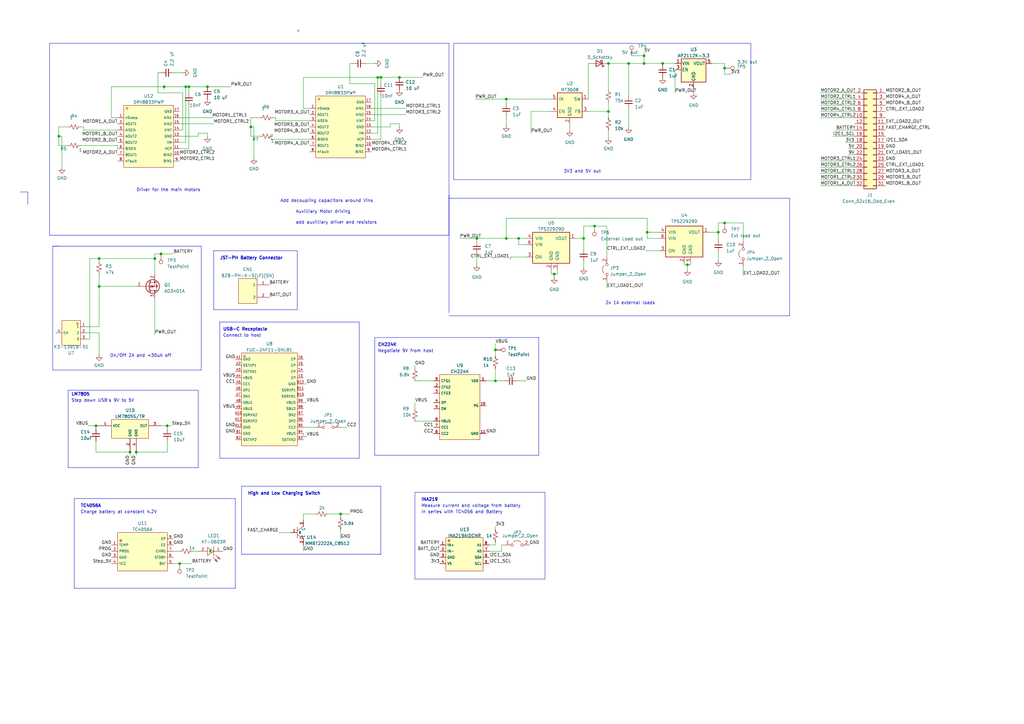
<source format=kicad_sch>
(kicad_sch (version 20230121) (generator eeschema)
  (paper "A3")
  (title_block (title "Power Supply Circuit") (date "2025-03-22"))
  (lib_symbols
    (symbol "CH224K:CH224K"
      (property "Reference" "U" (at 0 1.27 0))
      (property "Value" "CH224K" (at 0 -2.54 0))
      (symbol "CH224K_0_1"
        (pin unspecified line (at 10.16 10.16 180) (length 2.54) (name "VDD") (number "1"))
        (pin unspecified line (at 10.16 0 180) (length 2.54) (name "PG") (number "10"))
        (pin unspecified line (at 10.16 -11.43 180) (length 2.54) (name "GND") (number "11"))
        (pin unspecified line (at -11.43 7.62 0) (length 2.54) (name "CFG2") (number "2"))
        (pin unspecified line (at -11.43 5.08 0) (length 2.54) (name "CFG3") (number "3"))
        (pin unspecified line (at -11.43 1.27 0) (length 2.54) (name "DP") (number "4"))
        (pin unspecified line (at -11.43 -1.27 0) (length 2.54) (name "DM") (number "5"))
        (pin unspecified line (at -11.43 -11.43 0) (length 2.54) (name "CC2") (number "6"))
        (pin unspecified line (at -11.43 -8.89 0) (length 2.54) (name "CC1") (number "7"))
        (pin unspecified line (at -11.43 -6.35 0) (length 2.54) (name "VBUS") (number "8"))
        (pin unspecified line (at -11.43 10.16 0) (length 2.54) (name "CFG1") (number "9"))
      )
    )
    (symbol "Connector:TestPoint" (pin_numbers hide) (pin_names (offset 0.762) hide)
      (property "Reference" "TP" (at 0 6.858 0))
      (property "Value" "TestPoint" (at 0 5.08 0))
      (symbol "TestPoint_1_1"
        (pin passive line (at 0 0 90) (length 2.54) (name "1") (number "1"))
      )
    )
    (symbol "Connector_Generic:Conn_02x16_Odd_Even" (pin_names (offset 1.016) hide)
      (property "Reference" "J" (at 1.27 20.32 0))
      (property "Value" "Conn_02x16_Odd_Even" (at 1.27 -22.86 0))
      (symbol "Conn_02x16_Odd_Even_1_1"
        (pin passive line (at -5.08 17.78 0) (length 3.81) (name "Pin_1") (number "1"))
        (pin passive line (at 7.62 7.62 180) (length 3.81) (name "Pin_10") (number "10"))
        (pin passive line (at -5.08 5.08 0) (length 3.81) (name "Pin_11") (number "11"))
        (pin passive line (at 7.62 5.08 180) (length 3.81) (name "Pin_12") (number "12"))
        (pin passive line (at -5.08 2.54 0) (length 3.81) (name "Pin_13") (number "13"))
        (pin passive line (at 7.62 2.54 180) (length 3.81) (name "Pin_14") (number "14"))
        (pin passive line (at -5.08 0 0) (length 3.81) (name "Pin_15") (number "15"))
        (pin passive line (at 7.62 0 180) (length 3.81) (name "Pin_16") (number "16"))
        (pin passive line (at -5.08 -2.54 0) (length 3.81) (name "Pin_17") (number "17"))
        (pin passive line (at 7.62 -2.54 180) (length 3.81) (name "Pin_18") (number "18"))
        (pin passive line (at -5.08 -5.08 0) (length 3.81) (name "Pin_19") (number "19"))
        (pin passive line (at 7.62 17.78 180) (length 3.81) (name "Pin_2") (number "2"))
        (pin passive line (at 7.62 -5.08 180) (length 3.81) (name "Pin_20") (number "20"))
        (pin passive line (at -5.08 -7.62 0) (length 3.81) (name "Pin_21") (number "21"))
        (pin passive line (at 7.62 -7.62 180) (length 3.81) (name "Pin_22") (number "22"))
        (pin passive line (at -5.08 -10.16 0) (length 3.81) (name "Pin_23") (number "23"))
        (pin passive line (at 7.62 -10.16 180) (length 3.81) (name "Pin_24") (number "24"))
        (pin passive line (at -5.08 -12.7 0) (length 3.81) (name "Pin_25") (number "25"))
        (pin passive line (at 7.62 -12.7 180) (length 3.81) (name "Pin_26") (number "26"))
        (pin passive line (at -5.08 -15.24 0) (length 3.81) (name "Pin_27") (number "27"))
        (pin passive line (at 7.62 -15.24 180) (length 3.81) (name "Pin_28") (number "28"))
        (pin passive line (at -5.08 -17.78 0) (length 3.81) (name "Pin_29") (number "29"))
        (pin passive line (at -5.08 15.24 0) (length 3.81) (name "Pin_3") (number "3"))
        (pin passive line (at 7.62 -17.78 180) (length 3.81) (name "Pin_30") (number "30"))
        (pin passive line (at -5.08 -20.32 0) (length 3.81) (name "Pin_31") (number "31"))
        (pin passive line (at 7.62 -20.32 180) (length 3.81) (name "Pin_32") (number "32"))
        (pin passive line (at 7.62 15.24 180) (length 3.81) (name "Pin_4") (number "4"))
        (pin passive line (at -5.08 12.7 0) (length 3.81) (name "Pin_5") (number "5"))
        (pin passive line (at 7.62 12.7 180) (length 3.81) (name "Pin_6") (number "6"))
        (pin passive line (at -5.08 10.16 0) (length 3.81) (name "Pin_7") (number "7"))
        (pin passive line (at 7.62 10.16 180) (length 3.81) (name "Pin_8") (number "8"))
        (pin passive line (at -5.08 7.62 0) (length 3.81) (name "Pin_9") (number "9"))
      )
    )
    (symbol "Device:C_Small" (pin_numbers hide) (pin_names (offset 0.254) hide)
      (property "Reference" "C" (at 0.254 1.778 0))
      (property "Value" "C_Small" (at 0.254 -2.032 0))
      (symbol "C_Small_1_1"
        (pin passive line (at 0 2.54 270) (length 2.032) (name "~") (number "1"))
        (pin passive line (at 0 -2.54 90) (length 2.032) (name "~") (number "2"))
      )
    )
    (symbol "Device:D_Schottky" (pin_numbers hide) (pin_names (offset 1.016) hide)
      (property "Reference" "D" (at 0 2.54 0))
      (property "Value" "D_Schottky" (at 0 -2.54 0))
      (symbol "D_Schottky_1_1"
        (pin passive line (at -3.81 0 0) (length 2.54) (name "K") (number "1"))
        (pin passive line (at 3.81 0 180) (length 2.54) (name "A") (number "2"))
      )
    )
    (symbol "Device:R_Small_US" (pin_numbers hide) (pin_names (offset 0.254) hide)
      (property "Reference" "R" (at 0.762 0.508 0))
      (property "Value" "R_Small_US" (at 0.762 -1.016 0))
      (symbol "R_Small_US_1_1"
        (pin passive line (at 0 2.54 270) (length 1.016) (name "~") (number "1"))
        (pin passive line (at 0 -2.54 90) (length 1.016) (name "~") (number "2"))
      )
    )
    (symbol "FUC-24F11-SNLB1:FUC-24F11-SNLB1"
      (property "Reference" "U" (at 0 1.27 0))
      (property "Value" "FUC-24F11-SNLB1" (at 0 -2.54 0))
      (symbol "FUC-24F11-SNLB1_0_1"
        (pin unspecified line (at 13.97 8.89 180) (length 2.54) (name "EP") (number "13"))
        (pin unspecified line (at 13.97 11.43 180) (length 2.54) (name "EP") (number "14"))
        (pin unspecified line (at 13.97 13.97 180) (length 2.54) (name "EP") (number "15"))
        (pin unspecified line (at 13.97 16.51 180) (length 2.54) (name "EP") (number "16"))
        (pin unspecified line (at -13.97 16.51 0) (length 2.54) (name "GND") (number "A1"))
        (pin unspecified line (at -13.97 -6.35 0) (length 2.54) (name "SSRXN2") (number "A10"))
        (pin unspecified line (at -13.97 -8.89 0) (length 2.54) (name "SSRXP2") (number "A11"))
        (pin unspecified line (at -13.97 -11.43 0) (length 2.54) (name "GND") (number "A12"))
        (pin unspecified line (at -13.97 13.97 0) (length 2.54) (name "SSTXP1") (number "A2"))
        (pin unspecified line (at -13.97 11.43 0) (length 2.54) (name "SSTXN1") (number "A3"))
        (pin unspecified line (at -13.97 8.89 0) (length 2.54) (name "VBUS") (number "A4"))
        (pin unspecified line (at -13.97 6.35 0) (length 2.54) (name "CC1") (number "A5"))
        (pin unspecified line (at -13.97 3.81 0) (length 2.54) (name "DP1") (number "A6"))
        (pin unspecified line (at -13.97 1.27 0) (length 2.54) (name "DN1") (number "A7"))
        (pin unspecified line (at -13.97 -1.27 0) (length 2.54) (name "SBU1") (number "A8"))
        (pin unspecified line (at -13.97 -3.81 0) (length 2.54) (name "VBUS") (number "A9"))
        (pin unspecified line (at -13.97 -13.97 0) (length 2.54) (name "GND") (number "B1"))
        (pin unspecified line (at 13.97 1.27 180) (length 2.54) (name "SSRXN1") (number "B10"))
        (pin unspecified line (at 13.97 3.81 180) (length 2.54) (name "SSRXP1") (number "B11"))
        (pin unspecified line (at 13.97 6.35 180) (length 2.54) (name "GND") (number "B12"))
        (pin unspecified line (at -13.97 -16.51 0) (length 2.54) (name "SSTXP2") (number "B2"))
        (pin unspecified line (at 13.97 -16.51 180) (length 2.54) (name "SSTXN2") (number "B3"))
        (pin unspecified line (at 13.97 -13.97 180) (length 2.54) (name "VBUS") (number "B4"))
        (pin unspecified line (at 13.97 -11.43 180) (length 2.54) (name "CC2") (number "B5"))
        (pin unspecified line (at 13.97 -8.89 180) (length 2.54) (name "DP2") (number "B6"))
        (pin unspecified line (at 13.97 -6.35 180) (length 2.54) (name "DN2") (number "B7"))
        (pin unspecified line (at 13.97 -3.81 180) (length 2.54) (name "SBU2") (number "B8"))
        (pin unspecified line (at 13.97 -1.27 180) (length 2.54) (name "VBUS") (number "B9"))
      )
    )
    (symbol "INA219AIDCNR:INA219AIDCNR"
      (property "Reference" "U" (at 0 1.27 0))
      (property "Value" "INA219AIDCNR" (at 0 -2.54 0))
      (symbol "INA219AIDCNR_0_1"
        (pin unspecified line (at -10.16 3.81 0) (length 2.54) (name "IN+") (number "1"))
        (pin unspecified line (at -10.16 1.27 0) (length 2.54) (name "IN-") (number "2"))
        (pin unspecified line (at -10.16 -1.27 0) (length 2.54) (name "GND") (number "3"))
        (pin unspecified line (at -10.16 -3.81 0) (length 2.54) (name "VS") (number "4"))
        (pin unspecified line (at 10.16 -3.81 180) (length 2.54) (name "SCL") (number "5"))
        (pin unspecified line (at 10.16 -1.27 180) (length 2.54) (name "SDA") (number "6"))
        (pin unspecified line (at 10.16 1.27 180) (length 2.54) (name "A0") (number "7"))
        (pin unspecified line (at 10.16 3.81 180) (length 2.54) (name "A1") (number "8"))
      )
    )
    (symbol "Jumper:Jumper_2_Open" (pin_names (offset 0) hide)
      (property "Reference" "JP" (at 0 2.794 0))
      (property "Value" "Jumper_2_Open" (at 0 -2.286 0))
      (symbol "Jumper_2_Open_1_1"
        (pin passive line (at -5.08 0 0) (length 2.54) (name "A") (number "1"))
        (pin passive line (at 5.08 0 180) (length 2.54) (name "B") (number "2"))
      )
    )
    (symbol "Power_Management:TPS22929D" (pin_names (offset 1.016))
      (property "Reference" "U" (at -7.62 8.89 0))
      (property "Value" "TPS22929D" (at 7.62 8.89 0))
      (symbol "TPS22929D_1_1"
        (pin power_out line (at 10.16 5.08 180) (length 2.54) (name "VOUT") (number "1"))
        (pin power_in line (at 0 -7.62 90) (length 2.54) (name "GND") (number "2"))
        (pin input line (at -10.16 -2.54 0) (length 2.54) (name "ON") (number "3"))
        (pin power_in line (at -10.16 5.08 0) (length 2.54) (name "VIN") (number "4"))
        (pin power_in line (at 2.54 -7.62 90) (length 2.54) (name "GND") (number "5"))
        (pin power_in line (at -10.16 2.54 0) (length 2.54) (name "VIN") (number "6"))
      )
    )
    (symbol "Regulator_Linear:AP2112K-3.3" (pin_names (offset 0.254))
      (property "Reference" "U" (at -5.08 5.715 0))
      (property "Value" "AP2112K-3.3" (at 0 5.715 0))
      (symbol "AP2112K-3.3_1_1"
        (pin power_in line (at -7.62 2.54 0) (length 2.54) (name "VIN") (number "1"))
        (pin power_in line (at 0 -7.62 90) (length 2.54) (name "GND") (number "2"))
        (pin input line (at -7.62 0 0) (length 2.54) (name "EN") (number "3"))
        (pin no_connect line (at 5.08 0 180) (length 2.54) hide (name "NC") (number "4"))
        (pin power_out line (at 7.62 2.54 180) (length 2.54) (name "VOUT") (number "5"))
      )
    )
    (symbol "Regulator_Switching:MT3608"
      (property "Reference" "U" (at -2.54 8.89 0))
      (property "Value" "MT3608" (at -3.81 6.35 0))
      (symbol "MT3608_1_1"
        (pin passive line (at 7.62 2.54 180) (length 2.54) (name "SW") (number "1"))
        (pin power_in line (at 0 -7.62 90) (length 2.54) (name "GND") (number "2"))
        (pin input line (at 7.62 -2.54 180) (length 2.54) (name "FB") (number "3"))
        (pin input line (at -7.62 -2.54 0) (length 2.54) (name "EN") (number "4"))
        (pin power_in line (at -7.62 2.54 0) (length 2.54) (name "IN") (number "5"))
        (pin no_connect line (at 5.08 0 180) (length 2.54) hide (name "NC") (number "6"))
      )
    )
    (symbol "Slide Switch Korean Hroparts Elec:K3-1391B-51"
      (property "Reference" "U" (at 0 1.27 0))
      (property "Value" "K3-1391B-51" (at 0 -2.54 0))
      (symbol "K3-1391B-51_0_1"
        (pin unspecified line (at -6.35 2.54 0) (length 2.54) (name "1") (number "1"))
        (pin unspecified line (at -6.35 0 0) (length 2.54) (name "2") (number "2"))
        (pin unspecified line (at -6.35 -2.54 0) (length 2.54) (name "3") (number "3"))
        (pin unspecified line (at 6.35 0 180) (length 2.54) (name "EH") (number "4"))
      )
    )
    (symbol "Transistor_FET:AO3401A" (pin_names hide)
      (property "Reference" "Q" (at 5.08 1.905 0))
      (property "Value" "AO3401A" (at 5.08 0 0))
      (symbol "AO3401A_1_1"
        (pin input line (at -5.08 0 0) (length 2.54) (name "G") (number "1"))
        (pin passive line (at 2.54 -5.08 90) (length 2.54) (name "S") (number "2"))
        (pin passive line (at 2.54 5.08 270) (length 2.54) (name "D") (number "3"))
      )
    )
    (symbol "batt_conn:B2B-PH-K-S(LF)(SN)"
      (property "Reference" "CN" (at 0 1.27 0))
      (property "Value" "B2B-PH-K-S(LF)(SN)" (at 0 -2.54 0))
      (symbol "B2B-PH-K-S(LF)(SN)_0_1"
        (pin input line (at 6.35 2.54 180) (length 5.08) (name "1") (number "1"))
        (pin input line (at 6.35 -2.54 180) (length 5.08) (name "2") (number "2"))
      )
    )
    (symbol "led101:KT-0603R"
      (property "Reference" "LED" (at 0 1.27 0))
      (property "Value" "KT-0603R" (at 0 -2.54 0))
      (symbol "KT-0603R_0_1"
        (pin unspecified line (at -5.08 0 0) (length 3.81) (name "K") (number "1"))
        (pin unspecified line (at 5.08 0 180) (length 3.81) (name "A") (number "2"))
      )
    )
    (symbol "lm7805_low:LM7805S{slash}TR"
      (property "Reference" "U" (at 0 1.27 0))
      (property "Value" "LM7805S{slash}TR" (at 0 -2.54 0))
      (symbol "LM7805S{slash}TR_0_1"
        (pin power_in line (at -12.7 0 0) (length 5.08) (name "VCC") (number "1"))
        (pin power_in line (at 0 -10.16 90) (length 5.08) (name "GND") (number "2"))
        (pin power_in line (at 12.7 0 180) (length 5.08) (name "OUT") (number "3"))
        (pin power_in line (at 2.54 -10.16 90) (length 5.08) (name "GND") (number "4"))
      )
    )
    (symbol "new-npn:MMBT2222A_C8512"
      (property "Reference" "U" (at 0 1.27 0))
      (property "Value" "MMBT2222A_C8512" (at 0 -2.54 0))
      (symbol "MMBT2222A_C8512_0_1"
        (pin unspecified line (at -2.54 0 0) (length 2.54) (name "B") (number "1"))
        (pin unspecified line (at 2.54 -5.08 90) (length 2.54) (name "E") (number "2"))
        (pin unspecified line (at 2.54 5.08 270) (length 2.54) (name "C") (number "3"))
      )
    )
    (symbol "power:GND" (power) (pin_names (offset 0))
      (property "Value" "GND" (at 0 -3.81 0))
      (symbol "GND_1_1"
        (pin power_in line (at 0 0 270) (length 0) hide (name "GND") (number "1"))
      )
    )
    (symbol "sanda:DRV8833PWP"
      (property "Reference" "U" (at 0 1.27 0))
      (property "Value" "DRV8833PWP" (at 0 -2.54 0))
      (symbol "DRV8833PWP_0_1"
        (pin unspecified line (at -12.7 7.62 0) (length 2.54) (name "nSleep") (number "1"))
        (pin unspecified line (at 12.7 -7.62 180) (length 2.54) (name "BIN2") (number "10"))
        (pin unspecified line (at 12.7 -5.08 180) (length 2.54) (name "VCP") (number "11"))
        (pin unspecified line (at 12.7 -2.54 180) (length 2.54) (name "VM") (number "12"))
        (pin unspecified line (at 12.7 0 180) (length 2.54) (name "GND") (number "13"))
        (pin unspecified line (at 12.7 2.54 180) (length 2.54) (name "VINT") (number "14"))
        (pin unspecified line (at 12.7 5.08 180) (length 2.54) (name "AIN2") (number "15"))
        (pin unspecified line (at 12.7 7.62 180) (length 2.54) (name "AIN1") (number "16"))
        (pin unspecified line (at 12.7 10.16 180) (length 2.54) (name "GND") (number "17"))
        (pin unspecified line (at -12.7 5.08 0) (length 2.54) (name "AOUT1") (number "2"))
        (pin unspecified line (at -12.7 2.54 0) (length 2.54) (name "AISEN") (number "3"))
        (pin unspecified line (at -12.7 0 0) (length 2.54) (name "AOUT2") (number "4"))
        (pin unspecified line (at -12.7 -2.54 0) (length 2.54) (name "BOUT2") (number "5"))
        (pin unspecified line (at -12.7 -5.08 0) (length 2.54) (name "BISEN") (number "6"))
        (pin unspecified line (at -12.7 -7.62 0) (length 2.54) (name "BOUT1") (number "7"))
        (pin unspecified line (at -12.7 -10.16 0) (length 2.54) (name "nFault") (number "8"))
        (pin unspecified line (at 12.7 -10.16 180) (length 2.54) (name "BIN1") (number "9"))
      )
    )
    (symbol "tc4056:TC4056A"
      (property "Reference" "U" (at 0 1.27 0))
      (property "Value" "TC4056A" (at 0 -2.54 0))
      (symbol "TC4056A_0_1"
        (pin unspecified line (at -12.7 3.81 0) (length 2.54) (name "TEMP") (number "1"))
        (pin unspecified line (at -12.7 1.27 0) (length 2.54) (name "PROG") (number "2"))
        (pin unspecified line (at -12.7 -1.27 0) (length 2.54) (name "GND") (number "3"))
        (pin unspecified line (at -12.7 -3.81 0) (length 2.54) (name "VCC") (number "4"))
        (pin unspecified line (at 12.7 -3.81 180) (length 2.54) (name "BAT") (number "5"))
        (pin unspecified line (at 12.7 -1.27 180) (length 2.54) (name "STDBY") (number "6"))
        (pin unspecified line (at 12.7 1.27 180) (length 2.54) (name "CHRG") (number "7"))
        (pin unspecified line (at 12.7 3.81 180) (length 2.54) (name "CE") (number "8"))
        (pin unspecified line (at 12.7 6.35 180) (length 2.54) (name "EP") (number "9"))
      )
    )
  )
  (junction (at 207.645 40.64))
  (junction (at 163.83 31.75))
  (junction (at 281.94 108.585))
  (junction (at 257.81 26.035))
  (junction (at 55.88 185.42))
  (junction (at 203.2 156.21))
  (junction (at 264.16 22.86))
  (junction (at 297.18 27.94))
  (junction (at 24.13 55.88))
  (junction (at 294.64 95.25))
  (junction (at 203.2 143.51))
  (junction (at 77.47 35.56))
  (junction (at 53.34 185.42))
  (junction (at 249.555 45.72))
  (junction (at 297.18 91.44))
  (junction (at 239.395 97.79))
  (junction (at 73.66 231.14))
  (junction (at 63.5 106.045))
  (junction (at 195.58 97.79))
  (junction (at 271.78 26.035))
  (junction (at 243.84 92.71))
  (junction (at 39.37 174.625))
  (junction (at 156.21 31.75))
  (junction (at 67.31 35.56))
  (junction (at 265.43 95.25))
  (junction (at 102.87 52.07))
  (junction (at 249.555 26.035))
  (junction (at 40.64 117.475))
  (junction (at 154.94 31.75))
  (junction (at 227.33 112.395))
  (junction (at 85.09 35.56))
  (junction (at 207.645 97.79))
  (junction (at 212.725 97.79))
  (junction (at 40.64 106.045))
  (junction (at 66.04 104.14))
  (junction (at 264.16 26.035))
  (junction (at 68.58 174.625))
  (junction (at 76.2 35.56))
  (junction (at 139.7 210.82))
  (wire (pts (xy 67.31 36.83) (xy 67.31 35.56)))
  (wire (pts (xy 336.55 43.18) (xy 350.52 43.18)))
  (wire (pts (xy 68.58 174.625) (xy 66.04 174.625)))
  (wire (pts (xy 25.4 68.58) (xy 25.4 55.88)))
  (wire (pts (xy 153.67 49.53) (xy 153.67 34.29)))
  (wire (pts (xy 124.46 31.75) (xy 154.94 31.75)))
  (wire (pts (xy 156.21 34.29) (xy 156.21 31.75)))
  (wire (pts (xy 160.02 50.8) (xy 160.02 52.07)))
  (wire (pts (xy 212.725 100.33) (xy 212.725 97.79)))
  (wire (pts (xy 205.74 223.52) (xy 205.74 226.06)))
  (wire (pts (xy 264.16 21.59) (xy 264.16 22.86)))
  (wire (pts (xy 55.88 186.69) (xy 55.88 185.42)))
  (wire (pts (xy 25.4 55.88) (xy 24.13 55.88)))
  (wire (pts (xy 203.2 223.52) (xy 203.2 222.25)))
  (wire (pts (xy 104.14 64.77) (xy 104.14 52.07)))
  (wire (pts (xy 264.16 22.86) (xy 264.16 26.035)))
  (wire (pts (xy 63.5 122.555) (xy 63.5 137.16)))
  (polyline (pts (xy 99.06 199.39) (xy 99.06 227.33)))
  (wire (pts (xy 228.6 110.49) (xy 228.6 112.395)))
  (wire (pts (xy 68.58 185.42) (xy 68.58 180.975)))
  (wire (pts (xy 215.9 100.33) (xy 212.725 100.33)))
  (polyline (pts (xy 99.06 199.39) (xy 156.21 199.39)))
  (wire (pts (xy 35.56 136.525) (xy 40.64 136.525)))
  (wire (pts (xy 170.18 165.1) (xy 170.18 167.64)))
  (wire (pts (xy 207.645 40.64) (xy 226.06 40.64)))
  (wire (pts (xy 297.18 30.48) (xy 297.18 27.94)))
  (wire (pts (xy 40.64 106.045) (xy 63.5 106.045)))
  (wire (pts (xy 71.12 29.845) (xy 74.93 29.845)))
  (wire (pts (xy 160.02 50.8) (xy 163.83 50.8)))
  (wire (pts (xy 73.66 60.96) (xy 77.47 60.96)))
  (wire (pts (xy 24.13 52.07) (xy 24.13 55.88)))
  (wire (pts (xy 276.86 28.575) (xy 276.86 38.1)))
  (wire (pts (xy 104.14 52.07) (xy 102.87 52.07)))
  (wire (pts (xy 265.43 95.25) (xy 265.43 97.79)))
  (wire (pts (xy 66.04 104.14) (xy 71.12 104.14)))
  (wire (pts (xy 45.72 35.56) (xy 67.31 35.56)))
  (polyline (pts (xy 153.67 138.43) (xy 153.67 186.69)))
  (wire (pts (xy 284.48 36.195) (xy 284.48 38.1)))
  (polyline (pts (xy 90.17 132.08) (xy 135.89 132.08)))
  (polyline (pts (xy 223.52 201.93) (xy 223.52 237.49)))
  (wire (pts (xy 102.87 48.26) (xy 102.87 52.07)))
  (wire (pts (xy 36.195 174.625) (xy 39.37 174.625)))
  (polyline (pts (xy 11.43 78.74) (xy 8.255 78.74)))
  (wire (pts (xy 45.72 48.26) (xy 45.72 35.56)))
  (wire (pts (xy 336.55 66.04) (xy 350.52 66.04)))
  (wire (pts (xy 40.64 112.395) (xy 40.64 117.475)))
  (polyline (pts (xy 27.94 191.77) (xy 81.28 191.77)))
  (polyline (pts (xy 323.85 81.28) (xy 323.85 129.54)))
  (wire (pts (xy 297.18 30.48) (xy 299.72 30.48)))
  (wire (pts (xy 156.21 31.75) (xy 163.83 31.75)))
  (wire (pts (xy 111.125 55.245) (xy 111.76 55.245)))
  (wire (pts (xy 81.28 55.88) (xy 73.66 55.88)))
  (wire (pts (xy 73.66 231.14) (xy 71.12 231.14)))
  (wire (pts (xy 239.395 107.315) (xy 239.395 109.855)))
  (polyline (pts (xy 90.17 187.96) (xy 147.32 187.96)))
  (wire (pts (xy 63.5 112.395) (xy 63.5 106.045)))
  (wire (pts (xy 40.64 107.315) (xy 40.64 106.045)))
  (wire (pts (xy 264.795 102.87) (xy 270.51 102.87)))
  (wire (pts (xy 297.18 26.035) (xy 292.1 26.035)))
  (wire (pts (xy 152.4 57.15) (xy 156.21 57.15)))
  (wire (pts (xy 257.81 26.035) (xy 257.81 39.37)))
  (wire (pts (xy 124.46 226.06) (xy 124.46 223.52)))
  (wire (pts (xy 203.2 156.21) (xy 207.01 156.21)))
  (wire (pts (xy 53.34 186.69) (xy 53.34 185.42)))
  (polyline (pts (xy 30.48 204.47) (xy 96.52 204.47)))
  (wire (pts (xy 283.21 107.95) (xy 283.21 108.585)))
  (wire (pts (xy 39.37 185.42) (xy 53.34 185.42)))
  (wire (pts (xy 40.64 136.525) (xy 40.64 145.415)))
  (wire (pts (xy 102.87 52.07) (xy 102.87 55.88)))
  (wire (pts (xy 209.55 105.41) (xy 209.55 106.045)))
  (wire (pts (xy 127 49.53) (xy 113.03 49.53)))
  (wire (pts (xy 73.66 53.34) (xy 74.93 53.34)))
  (wire (pts (xy 153.67 34.29) (xy 143.51 34.29)))
  (polyline (pts (xy 87.63 102.87) (xy 87.63 127)))
  (wire (pts (xy 207.645 97.79) (xy 207.645 89.535)))
  (wire (pts (xy 111.125 57.15) (xy 127 57.15)))
  (wire (pts (xy 74.93 53.34) (xy 74.93 38.1)))
  (wire (pts (xy 33.02 52.07) (xy 34.29 52.07)))
  (wire (pts (xy 124.46 44.45) (xy 124.46 31.75)))
  (wire (pts (xy 271.78 26.035) (xy 271.78 26.67)))
  (polyline (pts (xy 323.85 129.54) (xy 184.15 129.54)))
  (wire (pts (xy 203.2 140.97) (xy 203.2 143.51)))
  (polyline (pts (xy 223.52 237.49) (xy 170.18 237.49)))
  (wire (pts (xy 249.555 53.34) (xy 249.555 56.515)))
  (wire (pts (xy 166.37 46.99) (xy 152.4 46.99)))
  (polyline (pts (xy 82.55 100.965) (xy 82.55 151.765)))
  (wire (pts (xy 199.39 156.21) (xy 203.2 156.21)))
  (polyline (pts (xy 122.555 12.7) (xy 122.555 12.065)))
  (wire (pts (xy 55.88 185.42) (xy 55.88 184.785)))
  (wire (pts (xy 134.62 210.82) (xy 139.7 210.82)))
  (wire (pts (xy 248.92 92.71) (xy 248.92 105.41)))
  (wire (pts (xy 264.16 26.035) (xy 271.78 26.035)))
  (wire (pts (xy 236.22 97.79) (xy 239.395 97.79)))
  (wire (pts (xy 212.09 156.21) (xy 215.9 156.21)))
  (wire (pts (xy 265.43 95.25) (xy 270.51 95.25)))
  (wire (pts (xy 36.83 106.045) (xy 40.64 106.045)))
  (polyline (pts (xy 96.52 241.3) (xy 30.48 241.3)))
  (wire (pts (xy 205.74 226.06) (xy 200.66 226.06)))
  (wire (pts (xy 85.09 35.56) (xy 94.615 35.56)))
  (polyline (pts (xy 27.94 160.02) (xy 81.28 160.02)))
  (polyline (pts (xy 121.92 127) (xy 121.92 102.87)))
  (wire (pts (xy 102.87 55.88) (xy 106.68 55.88)))
  (wire (pts (xy 39.37 180.975) (xy 39.37 185.42)))
  (wire (pts (xy 163.83 31.75) (xy 173.355 31.75)))
  (wire (pts (xy 336.55 73.66) (xy 350.52 73.66)))
  (wire (pts (xy 290.83 95.25) (xy 294.64 95.25)))
  (polyline (pts (xy 170.18 201.93) (xy 223.52 201.93)))
  (wire (pts (xy 203.2 151.13) (xy 203.2 156.21)))
  (wire (pts (xy 200.66 223.52) (xy 203.2 223.52)))
  (polyline (pts (xy 186.055 17.78) (xy 307.975 17.78)))
  (wire (pts (xy 35.56 133.985) (xy 40.64 133.985)))
  (wire (pts (xy 33.02 59.69) (xy 48.26 59.69)))
  (wire (pts (xy 81.28 54.61) (xy 85.09 54.61)))
  (polyline (pts (xy 170.18 237.49) (xy 170.18 201.93)))
  (wire (pts (xy 139.7 217.17) (xy 139.7 220.98)))
  (wire (pts (xy 212.725 97.79) (xy 215.9 97.79)))
  (wire (pts (xy 241.3 26.035) (xy 241.935 26.035)))
  (wire (pts (xy 271.78 26.035) (xy 276.86 26.035)))
  (wire (pts (xy 24.13 52.07) (xy 27.94 52.07)))
  (wire (pts (xy 294.64 91.44) (xy 294.64 95.25)))
  (wire (pts (xy 78.74 226.06) (xy 81.28 226.06)))
  (wire (pts (xy 124.46 210.82) (xy 129.54 210.82)))
  (wire (pts (xy 125.73 157.48) (xy 124.46 157.48)))
  (wire (pts (xy 64.77 29.845) (xy 64.77 38.1)))
  (wire (pts (xy 239.395 92.71) (xy 243.84 92.71)))
  (wire (pts (xy 249.555 26.035) (xy 249.555 36.83)))
  (wire (pts (xy 170.18 156.21) (xy 177.8 156.21)))
  (wire (pts (xy 347.98 63.5) (xy 350.52 63.5)))
  (wire (pts (xy 139.7 210.82) (xy 143.51 210.82)))
  (polyline (pts (xy 307.975 73.66) (xy 307.975 17.78)))
  (wire (pts (xy 125.73 165.1) (xy 124.46 165.1)))
  (wire (pts (xy 248.92 115.57) (xy 248.92 118.11)))
  (wire (pts (xy 336.55 71.12) (xy 350.52 71.12)))
  (wire (pts (xy 280.67 108.585) (xy 281.94 108.585)))
  (wire (pts (xy 124.46 179.07) (xy 124.46 177.8)))
  (wire (pts (xy 73.66 48.26) (xy 87.63 48.26)))
  (wire (pts (xy 142.24 175.26) (xy 139.7 175.26)))
  (wire (pts (xy 233.68 50.8) (xy 233.68 53.34)))
  (wire (pts (xy 144.78 26.035) (xy 143.51 26.035)))
  (wire (pts (xy 39.37 174.625) (xy 40.64 174.625)))
  (wire (pts (xy 53.34 185.42) (xy 53.34 184.785)))
  (wire (pts (xy 67.31 35.56) (xy 76.2 35.56)))
  (polyline (pts (xy 90.17 132.08) (xy 90.17 187.96)))
  (wire (pts (xy 111.76 55.245) (xy 111.76 55.88)))
  (wire (pts (xy 77.47 60.96) (xy 77.47 43.18)))
  (polyline (pts (xy 184.15 81.28) (xy 323.85 81.28)))
  (wire (pts (xy 40.64 117.475) (xy 40.64 133.985)))
  (polyline (pts (xy 153.67 138.43) (xy 220.98 138.43)))
  (wire (pts (xy 209.55 106.045) (xy 208.915 106.045)))
  (wire (pts (xy 257.81 44.45) (xy 257.81 52.07)))
  (wire (pts (xy 336.55 76.2) (xy 350.52 76.2)))
  (wire (pts (xy 195.58 97.79) (xy 195.58 99.06)))
  (wire (pts (xy 81.28 54.61) (xy 81.28 55.88)))
  (polyline (pts (xy 82.55 151.765) (xy 21.59 151.765)))
  (wire (pts (xy 194.945 40.64) (xy 207.645 40.64)))
  (wire (pts (xy 188.595 97.79) (xy 195.58 97.79)))
  (wire (pts (xy 170.18 149.86) (xy 170.18 151.13)))
  (wire (pts (xy 249.555 26.035) (xy 257.81 26.035)))
  (wire (pts (xy 294.64 95.25) (xy 294.64 98.425)))
  (wire (pts (xy 156.21 57.15) (xy 156.21 39.37)))
  (polyline (pts (xy 186.055 17.78) (xy 186.055 73.66)))
  (wire (pts (xy 239.395 92.71) (xy 239.395 97.79)))
  (wire (pts (xy 113.03 49.53) (xy 113.03 48.26)))
  (wire (pts (xy 203.2 215.9) (xy 203.2 217.17)))
  (wire (pts (xy 265.43 89.535) (xy 265.43 95.25)))
  (wire (pts (xy 152.4 54.61) (xy 154.94 54.61)))
  (wire (pts (xy 281.94 108.585) (xy 283.21 108.585)))
  (wire (pts (xy 149.86 26.035) (xy 153.67 26.035)))
  (polyline (pts (xy 184.15 17.78) (xy 20.32 17.78)))
  (wire (pts (xy 294.64 103.505) (xy 294.64 106.68)))
  (wire (pts (xy 207.01 223.52) (xy 205.74 223.52)))
  (wire (pts (xy 304.8 91.44) (xy 304.8 99.06)))
  (wire (pts (xy 207.645 47.625) (xy 207.645 51.435)))
  (wire (pts (xy 55.88 185.42) (xy 68.58 185.42)))
  (wire (pts (xy 226.06 112.395) (xy 227.33 112.395)))
  (polyline (pts (xy 96.52 204.47) (xy 96.52 241.3)))
  (polyline (pts (xy 21.59 100.965) (xy 82.55 100.965)))
  (polyline (pts (xy 99.06 227.33) (xy 156.21 227.33)))
  (wire (pts (xy 111.76 48.26) (xy 113.03 48.26)))
  (polyline (pts (xy 20.32 17.78) (xy 20.32 96.52)))
  (wire (pts (xy 170.18 172.72) (xy 177.8 172.72)))
  (polyline (pts (xy 87.63 127) (xy 121.92 127)))
  (polyline (pts (xy 147.32 132.08) (xy 147.32 187.96)))
  (polyline (pts (xy 121.92 12.7) (xy 122.555 12.7)))
  (polyline (pts (xy 81.28 191.77) (xy 81.28 160.02)))
  (polyline (pts (xy 135.89 132.08) (xy 147.32 132.08)))
  (wire (pts (xy 35.56 139.065) (xy 36.83 139.065)))
  (wire (pts (xy 78.74 231.14) (xy 73.66 231.14)))
  (wire (pts (xy 241.3 45.72) (xy 249.555 45.72)))
  (wire (pts (xy 66.04 29.845) (xy 64.77 29.845)))
  (wire (pts (xy 114.3 218.44) (xy 119.38 218.44)))
  (polyline (pts (xy 11.43 83.82) (xy 11.43 78.74)))
  (wire (pts (xy 24.13 55.88) (xy 24.13 59.69)))
  (wire (pts (xy 160.02 52.07) (xy 152.4 52.07)))
  (wire (pts (xy 129.54 175.26) (xy 124.46 175.26)))
  (wire (pts (xy 226.06 45.72) (xy 217.805 45.72)))
  (wire (pts (xy 74.93 38.1) (xy 64.77 38.1)))
  (wire (pts (xy 336.55 38.1) (xy 350.52 38.1)))
  (wire (pts (xy 76.2 58.42) (xy 76.2 35.56)))
  (wire (pts (xy 111.125 57.15) (xy 111.125 55.245)))
  (wire (pts (xy 77.47 35.56) (xy 85.09 35.56)))
  (wire (pts (xy 73.66 58.42) (xy 76.2 58.42)))
  (wire (pts (xy 48.26 53.34) (xy 34.29 53.34)))
  (wire (pts (xy 34.29 53.34) (xy 34.29 52.07)))
  (wire (pts (xy 40.64 117.475) (xy 55.88 117.475)))
  (wire (pts (xy 341.63 55.88) (xy 350.52 55.88)))
  (wire (pts (xy 239.395 97.79) (xy 239.395 102.235)))
  (wire (pts (xy 281.94 108.585) (xy 281.94 110.49)))
  (wire (pts (xy 342.9 53.34) (xy 350.52 53.34)))
  (polyline (pts (xy 156.21 227.33) (xy 156.21 199.39)))
  (wire (pts (xy 154.94 54.61) (xy 154.94 31.75)))
  (wire (pts (xy 68.58 174.625) (xy 68.58 175.895)))
  (wire (pts (xy 336.55 40.64) (xy 350.52 40.64)))
  (polyline (pts (xy 30.48 204.47) (xy 30.48 241.3)))
  (wire (pts (xy 227.33 112.395) (xy 227.33 113.665)))
  (wire (pts (xy 347.98 60.96) (xy 350.52 60.96)))
  (wire (pts (xy 294.64 91.44) (xy 297.18 91.44)))
  (wire (pts (xy 77.47 38.1) (xy 77.47 35.56)))
  (wire (pts (xy 297.18 27.94) (xy 297.18 26.035)))
  (wire (pts (xy 163.83 50.8) (xy 163.83 52.07)))
  (polyline (pts (xy 87.63 102.87) (xy 121.92 102.87)))
  (polyline (pts (xy 153.67 186.69) (xy 220.98 186.69)))
  (wire (pts (xy 336.55 68.58) (xy 350.52 68.58)))
  (wire (pts (xy 76.2 35.56) (xy 77.47 35.56)))
  (wire (pts (xy 259.08 22.86) (xy 264.16 22.86)))
  (wire (pts (xy 257.81 26.035) (xy 264.16 26.035)))
  (wire (pts (xy 124.46 213.36) (xy 124.46 210.82)))
  (wire (pts (xy 87.63 50.8) (xy 73.66 50.8)))
  (wire (pts (xy 249.555 45.72) (xy 249.555 48.26)))
  (wire (pts (xy 195.58 97.79) (xy 207.645 97.79)))
  (wire (pts (xy 39.37 174.625) (xy 39.37 175.895)))
  (wire (pts (xy 203.2 143.51) (xy 203.2 146.05)))
  (wire (pts (xy 63.5 104.14) (xy 66.04 104.14)))
  (polyline (pts (xy 184.15 96.52) (xy 184.15 17.78)))
  (wire (pts (xy 297.18 91.44) (xy 304.8 91.44)))
  (wire (pts (xy 346.71 58.42) (xy 350.52 58.42)))
  (polyline (pts (xy 184.15 80.01) (xy 184.15 128.27)))
  (polyline (pts (xy 220.98 138.43) (xy 220.98 186.69)))
  (wire (pts (xy 227.33 112.395) (xy 228.6 112.395)))
  (wire (pts (xy 207.645 40.64) (xy 207.645 42.545)))
  (wire (pts (xy 304.8 109.22) (xy 304.8 113.03)))
  (wire (pts (xy 48.26 48.26) (xy 45.72 48.26)))
  (wire (pts (xy 24.13 59.69) (xy 27.94 59.69)))
  (wire (pts (xy 249.555 41.91) (xy 249.555 45.72)))
  (wire (pts (xy 70.485 174.625) (xy 68.58 174.625)))
  (wire (pts (xy 241.3 40.64) (xy 241.3 26.035)))
  (polyline (pts (xy 21.59 151.765) (xy 21.59 100.965)))
  (wire (pts (xy 85.09 54.61) (xy 85.09 55.88)))
  (wire (pts (xy 243.84 92.71) (xy 248.92 92.71)))
  (wire (pts (xy 139.7 210.82) (xy 139.7 212.09)))
  (wire (pts (xy 215.9 105.41) (xy 209.55 105.41)))
  (wire (pts (xy 71.12 226.06) (xy 73.66 226.06)))
  (wire (pts (xy 125.73 179.07) (xy 124.46 179.07)))
  (wire (pts (xy 152.4 44.45) (xy 166.37 44.45)))
  (wire (pts (xy 48.26 59.69) (xy 48.26 60.96)))
  (wire (pts (xy 226.06 110.49) (xy 226.06 112.395)))
  (wire (pts (xy 143.51 26.035) (xy 143.51 34.29)))
  (wire (pts (xy 154.94 31.75) (xy 156.21 31.75)))
  (wire (pts (xy 336.55 48.26) (xy 350.52 48.26)))
  (wire (pts (xy 270.51 97.79) (xy 265.43 97.79)))
  (wire (pts (xy 36.83 139.065) (xy 36.83 106.045)))
  (wire (pts (xy 280.67 107.95) (xy 280.67 108.585)))
  (wire (pts (xy 207.645 97.79) (xy 212.725 97.79)))
  (wire (pts (xy 207.645 89.535) (xy 265.43 89.535)))
  (polyline (pts (xy 20.32 96.52) (xy 184.15 96.52)))
  (wire (pts (xy 102.87 48.26) (xy 106.68 48.26)))
  (wire (pts (xy 195.58 108.585) (xy 195.58 104.14)))
  (wire (pts (xy 336.55 45.72) (xy 350.52 45.72)))
  (wire (pts (xy 127 44.45) (xy 124.46 44.45)))
  (wire (pts (xy 152.4 49.53) (xy 153.67 49.53)))
  (polyline (pts (xy 21.59 100.965) (xy 24.13 100.965)))
  (wire (pts (xy 217.805 45.72) (xy 217.805 54.61)))
  (polyline (pts (xy 27.94 160.02) (xy 27.94 191.77)))
  (wire (pts (xy 63.5 104.14) (xy 63.5 106.045)))
  (polyline (pts (xy 186.055 73.66) (xy 307.975 73.66)))
  (text "Measure current and voltage from battery" (at 172.72 208.28 0) (effects (font (size 1.27 1.27)) (justify left bottom)))
  (text "In series with TC4056 and Battery" (at 172.72 210.82 0) (effects (font (size 1.27 1.27)) (justify left bottom)))
  (text "TC4056A" (at 33.02 208.28 0) (effects (font (size 1.27 1.27) bold) (justify left bottom)))
  (text "CH224K\n" (at 154.94 142.24 0) (effects (font (size 1.27 1.27) (thickness 0.254) bold) (justify left bottom)))
  (text "On/Off 2A and <30uA off" (at 45.085 146.685 0) (effects (font (size 1.27 1.27)) (justify left bottom)))
  (text "3V3 and 5V out\n" (at 231.14 71.12 0) (effects (font (size 1.27 1.27)) (justify left bottom)))
  (text "LM7805" (at 29.21 162.56 0) (effects (font (size 1.27 1.27) (thickness 0.254) bold) (justify left bottom)))
  (text "Driver for the main motors" (at 55.88 78.74 0) (effects (font (size 1.27 1.27)) (justify left bottom)))
  (text "High and Low Charging Switch" (at 101.6 203.2 0) (effects (font (size 1.27 1.27) (thickness 0.254) bold) (justify left bottom)))
  (text "INA219" (at 172.72 205.74 0) (effects (font (size 1.27 1.27) (thickness 0.254) bold) (justify left bottom)))
  (text "Charge battery at constant 4.2V" (at 33.02 210.82 0) (effects (font (size 1.27 1.27)) (justify left bottom)))
  (text "Negotiate 9V from host" (at 154.94 144.78 0) (effects (font (size 1.27 1.27)) (justify left bottom)))
  (text "USB-C Receptacle" (at 91.44 135.89 0) (effects (font (size 1.27 1.27) bold) (justify left bottom)))
  (text "Step down USB's 9V to 5V" (at 29.21 165.1 0) (effects (font (size 1.27 1.27)) (justify left bottom)))
  (text "add auxilliary driver and resistors\n" (at 121.285 92.075 0) (effects (font (size 1.27 1.27)) (justify left bottom)))
  (text "2x 1A external loads\n" (at 248.285 125.095 0) (effects (font (size 1.27 1.27)) (justify left bottom)))
  (text "Auxilliary Motor driving\n" (at 121.285 87.63 0) (effects (font (size 1.27 1.27)) (justify left bottom)))
  (text "Add decoupling capacitors around Vins\n" (at 114.935 83.185 0) (effects (font (size 1.27 1.27)) (justify left bottom)))
  (text "JST-PH Battery Connector" (at 90.17 106.68 0) (effects (font (size 1.27 1.27) (thickness 0.254) bold) (justify left bottom)))
  (text "Connect to host" (at 91.44 138.43 0) (effects (font (size 1.27 1.27)) (justify left bottom)))
  (label "FAST_CHARGE" (at 114.3 218.44 180))
  (label "GND" (at 55.88 186.69 270))
  (label "Step_5V" (at 45.72 231.14 180))
  (label "VBUS" (at 36.195 174.625 180))
  (label "3V3" (at 203.2 215.9 0))
  (label "MOTOR1_CTRL2" (at 87.63 50.8 0))
  (label "MOTOR4_CTRL1" (at 336.55 45.72 0))
  (label "MOTOR2_B_OUT" (at 48.26 58.42 180))
  (label "GND" (at 139.7 220.98 0))
  (label "MOTOR4_CTRL1" (at 152.4 62.23 0))
  (label "5V" (at 264.16 21.59 0))
  (label "MOTOR4_B_OUT" (at 127 54.61 180))
  (label "3V3" (at 346.71 58.42 0))
  (label "PWR_OUT" (at 188.595 97.79 0))
  (label "GND" (at 45.72 228.6 180))
  (label "BATTERY" (at 71.12 104.14 0))
  (label "MOTOR4_A_OUT" (at 363.22 40.64 0))
  (label "MOTOR1_A_OUT" (at 48.26 50.8 180))
  (label "MOTOR2_B_OUT" (at 363.22 38.1 0))
  (label "GND" (at 363.22 60.96 0))
  (label "MOTOR1_CTRL1" (at 336.55 71.12 0))
  (label "GND" (at 45.72 223.52 180))
  (label "EXT_LOAD2_OUT" (at 304.8 113.03 0))
  (label "Step_5V" (at 70.485 174.625 0))
  (label "PWR_OUT" (at 276.86 38.1 0))
  (label "GND" (at 124.46 226.06 0))
  (label "FAST_CHARGE_CTRL" (at 363.22 53.34 0))
  (label "GND" (at 53.34 186.69 270))
  (label "BATTERY" (at 180.34 223.52 180))
  (label "MOTOR3_CTRL1" (at 336.55 66.04 0))
  (label "PROG" (at 143.51 210.82 0))
  (label "EXT_LOAD2_OUT" (at 363.22 50.8 0))
  (label "VBUS" (at 96.52 154.94 180))
  (label "VBUS" (at 170.18 165.1 0))
  (label "GND" (at 125.73 157.48 0))
  (label "MOTOR4_CTRL2" (at 152.4 59.69 0))
  (label "EXT_LOAD1_OUT" (at 363.22 63.5 0))
  (label "MOTOR4_A_OUT" (at 127 59.69 180))
  (label "VBUS" (at 203.2 140.97 0))
  (label "CC1" (at 96.52 157.48 180))
  (label "GND" (at 363.22 66.04 0))
  (label "MOTOR4_CTRL2" (at 336.55 48.26 0))
  (label "CC1" (at 177.8 175.26 180))
  (label "3V3" (at 180.34 231.14 180))
  (label "PWR_OUT" (at 63.5 137.16 0))
  (label "VBUS" (at 96.52 167.64 180))
  (label "BATTERY" (at 110.49 116.84 0))
  (label "CTRL_EXT_LOAD1" (at 208.915 106.045 180))
  (label "MOTOR2_A_OUT" (at 336.55 38.1 0))
  (label "MOTOR3_CTRL2" (at 336.55 68.58 0))
  (label "BATTERY" (at 342.9 53.34 0))
  (label "PWR_OUT" (at 194.945 40.64 0))
  (label "MOTOR4_B_OUT" (at 363.22 43.18 0))
  (label "5V" (at 347.98 60.96 0))
  (label "BATTERY" (at 78.74 231.14 0))
  (label "MOTOR2_CTRL1" (at 73.66 66.04 0))
  (label "MOTOR1_CTRL1" (at 86.995 48.26 0))
  (label "MOTOR1_B_OUT" (at 48.26 55.88 180))
  (label "CC2" (at 142.24 175.26 0))
  (label "EXT_LOAD1_OUT" (at 248.92 118.11 0))
  (label "VBUS" (at 125.73 179.07 0))
  (label "GND" (at 91.44 226.06 0))
  (label "3V3" (at 299.72 30.48 0))
  (label "GND" (at 170.18 149.86 0))
  (label "MOTOR3_B_OUT" (at 127 52.07 180))
  (label "BATT_OUT" (at 180.34 226.06 180))
  (label "GND" (at 217.17 223.52 0))
  (label "VBUS" (at 125.73 165.1 0))
  (label "PWR_OUT" (at 217.805 54.61 0))
  (label "MOTOR3_A_OUT" (at 363.22 71.12 0))
  (label "MOTOR3_A_OUT" (at 127 46.99 180))
  (label "GND" (at 215.9 156.21 0))
  (label "MOTOR2_CTRL2" (at 73.66 63.5 0))
  (label "GND" (at 96.52 147.32 180))
  (label "CTRL_EXT_LOAD2" (at 363.22 45.72 0))
  (label "PWR_OUT" (at 173.355 31.75 0))
  (label "MOTOR2_CTRL2" (at 336.55 43.18 0))
  (label "GND" (at 71.12 220.98 0))
  (label "GND" (at 71.12 223.52 0))
  (label "I2C1_SDA" (at 200.66 228.6 0))
  (label "MOTOR2_A_OUT" (at 48.26 63.5 180))
  (label "MOTOR3_CTRL1" (at 166.37 44.45 0))
  (label "PROG" (at 45.72 226.06 180))
  (label "9V" (at 347.98 63.5 0))
  (label "GND" (at 96.52 175.26 180))
  (label "I2C1_SCL" (at 200.66 231.14 0))
  (label "MOTOR1_A_OUT" (at 336.55 76.2 0))
  (label "PWR_OUT" (at 94.615 35.56 0))
  (label "GND" (at 180.34 228.6 180))
  (label "MOTOR3_CTRL2" (at 166.37 46.99 0))
  (label "I2C1_SCL" (at 341.63 55.88 0))
  (label "CC2" (at 177.8 177.8 180))
  (label "GND" (at 96.52 177.8 180))
  (label "MOTOR1_CTRL2" (at 336.55 73.66 0))
  (label "MOTOR2_CTRL1" (at 336.55 40.64 0))
  (label "MOTOR1_B_OUT" (at 363.22 76.2 0))
  (label "GND" (at 199.39 177.8 0))
  (label "BATT_OUT" (at 110.49 121.92 0))
  (label "CTRL_EXT_LOAD2" (at 264.795 102.87 180))
  (label "I2C1_SDA" (at 363.22 58.42 0))
  (label "MOTOR3_B_OUT" (at 363.22 73.66 0))
  (label "CTRL_EXT_LOAD1" (at 363.22 68.58 0))
  (symbol (lib_id "Device:C_Small") (at 207.645 45.085 0) (unit 1)
    (property "Reference" "C3" (at 210.185 44.4563 0) (effects (justify left)))
    (property "Value" "1uF" (at 210.185 46.9963 0) (effects (justify left)))
    (property "Footprint" "Capacitor_SMD:C_0402_1005Metric_Pad0.74x0.62mm_HandSolder" (effects hide))
  )
  (symbol (lib_id "led101:KT-0603R") (at 86.36 226.06 180) (unit 1)
    (property "Reference" "LED1" (at 87.63 219.71 0))
    (property "Value" "KT-0603R" (at 87.63 222.25 0))
    (property "Footprint" "new_footprints:LED0603-RD" (effects hide))
    (property "Datasheet" "https://item.szlcsc.com/347874.html" (effects hide))
    (property "LCSC" "C2286" (effects hide))
  )
  (symbol (lib_id "power:GND") (at 249.555 56.515 0) (unit 1)
    (property "Reference" "#PWR02" (effects hide))
    (property "Value" "GND" (at 249.555 60.96 0))
  )
  (symbol (lib_id "power:GND") (at 104.14 64.77 0) (unit 1)
    (property "Reference" "#PWR012" (effects hide))
    (property "Value" "GND" (at 104.14 69.215 0))
  )
  (symbol (lib_id "Device:C_Small") (at 271.78 29.21 0) (unit 1)
    (property "Reference" "C1" (at 274.32 28.5813 0) (effects (justify left)))
    (property "Value" "1uF" (at 274.32 31.1213 0) (effects (justify left)))
    (property "Footprint" "Capacitor_SMD:C_0402_1005Metric_Pad0.74x0.62mm_HandSolder" (effects hide))
  )
  (symbol (lib_id "Device:C_Small") (at 39.37 178.435 0) (unit 1)
    (property "Reference" "C14" (at 33.02 177.165 0) (effects (justify left)))
    (property "Value" "10uF" (at 33.02 179.705 0) (effects (justify left)))
    (property "Footprint" "Capacitor_SMD:C_0402_1005Metric_Pad0.74x0.62mm_HandSolder" (effects hide))
  )
  (symbol (lib_id "Jumper:Jumper_2_Open") (at 248.92 110.49 90) (unit 1)
    (property "Reference" "JP3" (at 250.19 109.855 90) (effects (justify right)))
    (property "Value" "Jumper_2_Open" (at 250.19 112.395 90) (effects (justify right)))
    (property "Footprint" "Jumper:SolderJumper-2_P1.3mm_Open_TrianglePad1.0x1.5mm" (effects hide))
  )
  (symbol (lib_id "Device:R_Small_US") (at 30.48 52.07 90) (unit 1)
    (property "Reference" "R4" (at 30.48 47.625 90))
    (property "Value" "1" (at 29.21 48.26 90))
    (property "Footprint" "Resistor_SMD:R_1206_3216Metric_Pad1.30x1.75mm_HandSolder" (effects hide))
    (property "Part #" "C22936" (effects hide))
  )
  (symbol (lib_id "Slide Switch Korean Hroparts Elec:K3-1391B-51") (at 29.21 136.525 0) (mirror y) (unit 1)
    (property "Reference" "U7" (at 29.21 144.78 0))
    (property "Value" "K3-1391B-51" (at 29.21 142.24 0))
    (property "Footprint" "new_footprints:SW-TH_K3-1391B-51" (effects hide))
    (property "Datasheet" "https://item.szlcsc.com/93849.html?ref=editor&logined=true" (effects hide))
    (property "LCSC" "C92656" (effects hide))
  )
  (symbol (lib_id "power:GND") (at 85.09 40.64 0) (unit 1)
    (property "Reference" "#PWR08" (effects hide))
    (property "Value" "GND" (at 85.09 45.72 0))
  )
  (symbol (lib_id "Device:R_Small_US") (at 203.2 219.71 0) (unit 1)
    (property "Reference" "R14" (effects hide))
    (property "Value" "1k" (at 199.39 219.71 0) (effects (justify left)))
    (property "Footprint" "Resistor_SMD:R_0402_1005Metric_Pad0.72x0.64mm_HandSolder" (effects hide))
  )
  (symbol (lib_id "FUC-24F11-SNLB1:FUC-24F11-SNLB1") (at 110.49 163.83 0) (unit 1)
    (property "Reference" "U8" (at 110.49 140.97 0))
    (property "Value" "FUC-24F11-SNLB1" (at 110.49 143.51 0))
    (property "Footprint" "new_footprints:USB-C-SMD_C67380" (effects hide))
    (property "Datasheet" "https://item.szlcsc.com/68475.html" (effects hide))
    (property "LCSC" "C67380" (effects hide))
  )
  (symbol (lib_id "Device:C_Small") (at 209.55 156.21 90) (unit 1)
    (property "Reference" "C13" (at 209.5563 151.13 90))
    (property "Value" "1uF" (at 209.5563 153.67 90))
    (property "Footprint" "Capacitor_SMD:C_0402_1005Metric_Pad0.74x0.62mm_HandSolder" (effects hide))
  )
  (symbol (lib_id "Connector:TestPoint") (at 73.66 231.14 180) (unit 1)
    (property "Reference" "TP2" (at 76.2 233.807 0) (effects (justify right)))
    (property "Value" "TestPoint" (at 76.2 236.347 0) (effects (justify right)))
    (property "Footprint" "TestPoint:TestPoint_Pad_1.0x1.0mm" (effects hide))
  )
  (symbol (lib_id "power:GND") (at 227.33 113.665 0) (unit 1)
    (property "Reference" "#PWR016" (effects hide))
    (property "Value" "GND" (at 227.33 118.745 0))
  )
  (symbol (lib_id "Jumper:Jumper_2_Open") (at 304.8 104.14 90) (unit 1)
    (property "Reference" "JP4" (at 306.07 103.505 90) (effects (justify right)))
    (property "Value" "Jumper_2_Open" (at 306.07 106.045 90) (effects (justify right)))
    (property "Footprint" "Jumper:SolderJumper-2_P1.3mm_Open_TrianglePad1.0x1.5mm" (effects hide))
  )
  (symbol (lib_id "Device:R_Small_US") (at 170.18 170.18 0) (unit 1)
    (property "Reference" "R9" (at 165.1 167.64 0) (effects (justify left)))
    (property "Value" "10k" (at 165.1 170.18 0) (effects (justify left)))
    (property "Footprint" "Resistor_SMD:R_0402_1005Metric_Pad0.72x0.64mm_HandSolder" (effects hide))
  )
  (symbol (lib_id "power:GND") (at 257.81 52.07 0) (unit 1)
    (property "Reference" "#PWR03" (effects hide))
    (property "Value" "GND" (at 257.81 57.15 0))
  )
  (symbol (lib_id "power:GND") (at 239.395 109.855 0) (unit 1)
    (property "Reference" "#PWR018" (effects hide))
    (property "Value" "GND" (at 239.395 114.3 0))
  )
  (symbol (lib_id "tc4056:TC4056A") (at 58.42 227.33 0) (unit 1)
    (property "Reference" "U11" (at 58.42 214.63 0))
    (property "Value" "TC4056A" (at 58.42 217.17 0))
    (property "Footprint" "new_footprints:ESOP-8_L4.9-W3.9-P1.27-LS6.0-BR-EP3.3" (effects hide))
    (property "Datasheet" "https://atta.szlcsc.com/upload/public/pdf/source/20220909/99A730BF861B4E3F85141583932B02D1.pdf" (effects hide))
    (property "LCSC" "C84051" (effects hide))
  )
  (symbol (lib_id "Device:R_Small_US") (at 249.555 39.37 0) (unit 1)
    (property "Reference" "R1" (at 252.095 38.735 0) (effects (justify left)))
    (property "Value" "75k" (at 252.095 41.275 0) (effects (justify left)))
    (property "Footprint" "Resistor_SMD:R_0402_1005Metric_Pad0.72x0.64mm_HandSolder" (effects hide))
    (property "Part #" "C23242" (effects hide))
  )
  (symbol (lib_id "Device:C_Small") (at 294.64 100.965 0) (unit 1)
    (property "Reference" "C10" (at 297.815 100.3363 0) (effects (justify left)))
    (property "Value" "1uF" (at 297.815 102.8763 0) (effects (justify left)))
    (property "Footprint" "Capacitor_SMD:C_0402_1005Metric_Pad0.74x0.62mm_HandSolder" (effects hide))
  )
  (symbol (lib_id "Connector:TestPoint") (at 203.2 143.51 270) (unit 1)
    (property "Reference" "TP1" (at 208.28 142.875 90) (effects (justify left)))
    (property "Value" "TestPoint" (at 208.28 145.415 90) (effects (justify left)))
    (property "Footprint" "TestPoint:TestPoint_Pad_1.0x1.0mm" (effects hide))
  )
  (symbol (lib_id "power:GND") (at 284.48 38.1 0) (unit 1)
    (property "Reference" "#PWR06" (effects hide))
    (property "Value" "GND" (at 284.48 43.18 0))
  )
  (symbol (lib_id "Device:R_Small_US") (at 40.64 109.855 0) (unit 1)
    (property "Reference" "R3" (at 43.18 109.22 0) (effects (justify left)))
    (property "Value" "47k" (at 43.18 111.76 0) (effects (justify left)))
    (property "Footprint" "Resistor_SMD:R_0402_1005Metric_Pad0.72x0.64mm_HandSolder" (effects hide))
    (property "Part #" "C17713" (effects hide))
  )
  (symbol (lib_id "Device:R_Small_US") (at 76.2 226.06 90) (unit 1)
    (property "Reference" "R11" (effects hide))
    (property "Value" "1k" (at 78.74 224.79 90))
    (property "Footprint" "Resistor_SMD:R_0402_1005Metric_Pad0.72x0.64mm_HandSolder" (effects hide))
  )
  (symbol (lib_id "Connector:TestPoint") (at 243.84 92.71 180) (unit 1)
    (property "Reference" "TP6" (at 246.38 95.377 0) (effects (justify right)))
    (property "Value" "External Load out" (at 246.38 97.917 0) (effects (justify right)))
    (property "Footprint" "TestPoint:TestPoint_Pad_1.0x1.0mm" (effects hide))
  )
  (symbol (lib_id "Device:C_Small") (at 147.32 26.035 90) (unit 1)
    (property "Reference" "C8" (at 146.6913 23.495 0) (effects (justify left)))
    (property "Value" "2.2 uF" (at 149.2313 23.495 0) (effects (justify left)))
    (property "Footprint" "Capacitor_SMD:C_0402_1005Metric_Pad0.74x0.62mm_HandSolder" (effects hide))
    (property "Datasheet" "~https://jlcpcb.com/api/file/downloadByFileSystemAccessId/8586178550172540928" (effects hide))
    (property "Part #" "C12530" (effects hide))
  )
  (symbol (lib_id "batt_conn:B2B-PH-K-S(LF)(SN)") (at 104.14 119.38 0) (unit 1)
    (property "Reference" "CN1" (at 101.6 110.49 0))
    (property "Value" "B2B-PH-K-S(LF)(SN)" (at 101.6 113.03 0))
    (property "Footprint" "new_footprints:CONN-TH_B2B-PH-K-S" (effects hide))
    (property "Datasheet" "https://item.szlcsc.com/142630.html" (effects hide))
    (property "LCSC" "C131337" (effects hide))
  )
  (symbol (lib_id "Device:C_Small") (at 68.58 178.435 0) (unit 1)
    (property "Reference" "C15" (at 71.12 177.8063 0) (effects (justify left)))
    (property "Value" "10uF" (at 71.12 180.3463 0) (effects (justify left)))
    (property "Footprint" "Capacitor_SMD:C_0402_1005Metric_Pad0.74x0.62mm_HandSolder" (effects hide))
  )
  (symbol (lib_id "Device:R_Small_US") (at 109.22 48.26 90) (unit 1)
    (property "Reference" "R6" (at 109.22 43.815 90))
    (property "Value" "1" (at 107.95 44.45 90))
    (property "Footprint" "Resistor_SMD:R_1206_3216Metric_Pad1.30x1.75mm_HandSolder" (effects hide))
    (property "Part #" "C22936" (effects hide))
  )
  (symbol (lib_id "power:GND") (at 195.58 108.585 0) (unit 1)
    (property "Reference" "#PWR014" (effects hide))
    (property "Value" "GND" (at 195.58 113.665 0))
  )
  (symbol (lib_id "Device:R_Small_US") (at 249.555 50.8 0) (unit 1)
    (property "Reference" "R2" (at 252.095 50.165 0) (effects (justify left)))
    (property "Value" "10k" (at 252.095 52.705 0) (effects (justify left)))
    (property "Footprint" "Resistor_SMD:R_0402_1005Metric_Pad0.72x0.64mm_HandSolder" (effects hide))
    (property "Part #" "C17414" (effects hide))
  )
  (symbol (lib_id "Device:R_Small_US") (at 109.22 55.88 270) (unit 1)
    (property "Reference" "R7" (at 104.775 57.15 90))
    (property "Value" "1" (at 111.76 57.785 90))
    (property "Footprint" "Resistor_SMD:R_1206_3216Metric_Pad1.30x1.75mm_HandSolder" (effects hide))
    (property "Part #" "C22936" (effects hide))
  )
  (symbol (lib_id "power:GND") (at 163.83 52.07 0) (unit 1)
    (property "Reference" "#PWR022" (effects hide))
    (property "Value" "GND" (at 163.83 57.15 0))
  )
  (symbol (lib_id "power:GND") (at 233.68 53.34 0) (unit 1)
    (property "Reference" "#PWR04" (effects hide))
    (property "Value" "GND" (at 233.68 58.42 0))
  )
  (symbol (lib_id "Device:R_Small_US") (at 139.7 214.63 0) (unit 1)
    (property "Reference" "R13" (effects hide))
    (property "Value" "5.6k" (at 140.97 214.63 0) (effects (justify left)))
    (property "Footprint" "Resistor_SMD:R_0805_2012Metric_Pad1.20x1.40mm_HandSolder" (effects hide))
  )
  (symbol (lib_id "CH224K:CH224K") (at 189.23 166.37 0) (unit 1)
    (property "Reference" "U9" (at 188.595 149.86 0))
    (property "Value" "CH224K" (at 188.595 152.4 0))
    (property "Footprint" "new_footprints:ESSOP-10_L4.9-W3.9-P1.0-LS6.0-TL-EP" (effects hide))
    (property "Datasheet" "https://item.szlcsc.com/2976729.html" (effects hide))
    (property "LCSC" "C970725" (effects hide))
  )
  (symbol (lib_id "power:GND") (at 294.64 106.68 0) (unit 1)
    (property "Reference" "#PWR019" (effects hide))
    (property "Value" "GND" (at 294.64 111.76 0))
  )
  (symbol (lib_id "Power_Management:TPS22929D") (at 226.06 102.87 0) (unit 1)
    (property "Reference" "U5" (at 226.06 91.44 0))
    (property "Value" "TPS22929D" (at 226.06 93.98 0))
    (property "Footprint" "Package_TO_SOT_SMD:SOT-23-6" (effects hide))
    (property "Datasheet" "http://www.ti.com/lit/ds/symlink/tps22929d.pdf" (effects hide))
  )
  (symbol (lib_id "Device:C_Small") (at 77.47 40.64 180) (unit 1)
    (property "Reference" "C6" (at 82.55 38.735 0) (effects (justify left)))
    (property "Value" "10nF" (at 82.55 43.18 0) (effects (justify left)))
    (property "Footprint" "Capacitor_SMD:C_0402_1005Metric_Pad0.74x0.62mm_HandSolder" (effects hide))
    (property "Datasheet" "~https://jlcpcb.com/api/file/downloadByFileSystemAccessId/8579706770736144384" (effects hide))
    (property "Part #" "C1710" (effects hide))
  )
  (symbol (lib_id "Device:C_Small") (at 195.58 101.6 180) (unit 1)
    (property "Reference" "C7" (at 198.755 100.9586 0) (effects (justify right)))
    (property "Value" "1uF" (at 198.755 103.4986 0) (effects (justify right)))
    (property "Footprint" "Capacitor_SMD:C_0402_1005Metric_Pad0.74x0.62mm_HandSolder" (effects hide))
    (property "Part #" "C1848" (effects hide))
  )
  (symbol (lib_id "Device:C_Small") (at 239.395 104.775 0) (unit 1)
    (property "Reference" "C9" (at 241.935 104.1463 0) (effects (justify left)))
    (property "Value" "1uF" (at 241.935 106.6863 0) (effects (justify left)))
    (property "Footprint" "Capacitor_SMD:C_0402_1005Metric_Pad0.74x0.62mm_HandSolder" (effects hide))
  )
  (symbol (lib_id "Connector_Generic:Conn_02x16_Odd_Even") (at 358.14 55.88 0) (mirror y) (unit 1)
    (property "Reference" "J1" (at 355.6 80.01 0) (effects (justify right)))
    (property "Value" "Conn_02x16_Odd_Even" (at 345.44 82.55 0) (effects (justify right)))
    (property "Footprint" "Connector_PinHeader_2.54mm:PinHeader_2x16_P2.54mm_Vertical" (effects hide))
  )
  (symbol (lib_id "Device:R_Small_US") (at 132.08 210.82 90) (unit 1)
    (property "Reference" "R12" (effects hide))
    (property "Value" "2k" (at 132.08 208.28 90))
    (property "Footprint" "Resistor_SMD:R_0402_1005Metric_Pad0.72x0.64mm_HandSolder" (effects hide))
  )
  (symbol (lib_id "new-npn:MMBT2222A_C8512") (at 121.92 218.44 0) (unit 1)
    (property "Reference" "U14" (at 125.73 220.345 0) (effects (justify left)))
    (property "Value" "MMBT2222A_C8512" (at 125.095 222.885 0) (effects (justify left)))
    (property "Footprint" "new_footprints:SOT-23-3_L2.9-W1.3-P1.90-LS2.4-BR" (effects hide))
    (property "Datasheet" "https://www.diodes.com/assets/Package-Files/SOT23.pdf" (effects hide))
    (property "LCSC" "C8512" (effects hide))
  )
  (symbol (lib_id "Connector:TestPoint") (at 297.18 91.44 180) (unit 1)
    (property "Reference" "TP7" (at 299.72 94.107 0) (effects (justify right)))
    (property "Value" "Ext load out" (at 299.72 96.647 0) (effects (justify right)))
    (property "Footprint" "TestPoint:TestPoint_Pad_1.0x1.0mm" (effects hide))
  )
  (symbol (lib_id "Connector:TestPoint") (at 259.08 22.86 0) (unit 1)
    (property "Reference" "TP4" (at 261.62 18.923 0) (effects (justify left)))
    (property "Value" "5V out" (at 261.62 21.463 0) (effects (justify right)))
    (property "Footprint" "TestPoint:TestPoint_Pad_1.0x1.0mm" (effects hide))
  )
  (symbol (lib_id "power:GND") (at 207.645 51.435 0) (unit 1)
    (property "Reference" "#PWR05" (effects hide))
    (property "Value" "GND" (at 207.645 55.88 0))
  )
  (symbol (lib_id "Connector:TestPoint") (at 297.18 27.94 270) (unit 1)
    (property "Reference" "TP5" (at 302.26 27.305 90) (effects (justify left)))
    (property "Value" "3.3V out" (at 302.26 25.4 90) (effects (justify left)))
    (property "Footprint" "TestPoint:TestPoint_Pad_1.0x1.0mm" (effects hide))
  )
  (symbol (lib_id "Jumper:Jumper_2_Open") (at 134.62 175.26 0) (unit 1)
    (property "Reference" "JP1" (at 134.62 170.18 0))
    (property "Value" "Jumper_2_Open" (at 134.62 172.72 0))
    (property "Footprint" "Jumper:SolderJumper-2_P1.3mm_Open_TrianglePad1.0x1.5mm" (effects hide))
  )
  (symbol (lib_id "Device:D_Schottky") (at 245.745 26.035 180) (unit 1)
    (property "Reference" "D1" (at 246.0625 20.955 0))
    (property "Value" "D_Schottky" (at 246.0625 23.495 0))
    (property "Footprint" "Diode_SMD:D_SMA" (effects hide))
    (property "Part #" "C2480" (effects hide))
  )
  (symbol (lib_id "power:GND") (at 163.83 36.83 0) (unit 1)
    (property "Reference" "#PWR020" (effects hide))
    (property "Value" "GND" (at 163.83 41.91 0))
  )
  (symbol (lib_id "power:GND") (at 25.4 68.58 0) (unit 1)
    (property "Reference" "#PWR09" (effects hide))
    (property "Value" "GND" (at 25.4 73.025 0))
  )
  (symbol (lib_id "power:GND") (at 40.64 145.415 0) (unit 1)
    (property "Reference" "#PWR013" (effects hide))
    (property "Value" "GND" (at 40.64 149.86 0))
  )
  (symbol (lib_id "sanda:DRV8833PWP") (at 60.96 55.88 0) (unit 1)
    (property "Reference" "U12" (at 60.96 39.37 0))
    (property "Value" "DRV8833PWP" (at 60.96 41.91 0))
    (property "Footprint" "new_footprints:TSSOP-16_L5.0-W4.4-P0.65-LS6.4-BL-EP" (effects hide))
    (property "Datasheet" "https://item.szlcsc.com/109073.html" (effects hide))
    (property "LCSC" "C50506" (effects hide))
  )
  (symbol (lib_id "Connector:TestPoint") (at 66.04 104.14 180) (unit 1)
    (property "Reference" "TP3" (at 68.58 106.807 0) (effects (justify right)))
    (property "Value" "TestPoint" (at 68.58 109.347 0) (effects (justify right)))
    (property "Footprint" "TestPoint:TestPoint_Pad_1.0x1.0mm" (effects hide))
  )
  (symbol (lib_id "Regulator_Linear:AP2112K-3.3") (at 284.48 28.575 0) (unit 1)
    (property "Reference" "U3" (at 284.48 20.32 0))
    (property "Value" "AP2112K-3.3" (at 284.48 22.86 0))
    (property "Footprint" "Package_TO_SOT_SMD:SOT-23-5" (effects hide))
    (property "Datasheet" "https://www.diodes.com/assets/Datasheets/AP2112.pdf" (effects hide))
  )
  (symbol (lib_id "power:GND") (at 271.78 31.75 0) (unit 1)
    (property "Reference" "#PWR01" (effects hide))
    (property "Value" "GND" (at 271.78 36.83 0))
  )
  (symbol (lib_id "Device:C_Small") (at 163.83 34.29 0) (unit 1)
    (property "Reference" "C12" (at 166.37 33.6613 0) (effects (justify left)))
    (property "Value" "10 uF" (at 166.37 36.2013 0) (effects (justify left)))
    (property "Footprint" "Capacitor_SMD:C_0402_1005Metric_Pad0.74x0.62mm_HandSolder" (effects hide))
  )
  (symbol (lib_id "Regulator_Switching:MT3608") (at 233.68 43.18 0) (unit 1)
    (property "Reference" "U2" (at 233.68 34.29 0))
    (property "Value" "MT3608" (at 233.68 36.83 0))
    (property "Footprint" "Package_TO_SOT_SMD:SOT-23-6" (effects hide))
    (property "Datasheet" "https://www.olimex.com/Products/Breadboarding/BB-PWR-3608/resources/MT3608.pdf" (effects hide))
  )
  (symbol (lib_id "Device:R_Small_US") (at 170.18 153.67 0) (unit 1)
    (property "Reference" "R8" (at 165.1 151.13 0) (effects (justify left)))
    (property "Value" "6.8k" (at 163.83 153.67 0) (effects (justify left)))
    (property "Footprint" "Resistor_SMD:R_0805_2012Metric_Pad1.20x1.40mm_HandSolder" (effects hide))
  )
  (symbol (lib_id "Device:C_Small") (at 85.09 38.1 0) (unit 1)
    (property "Reference" "C5" (at 87.63 37.4713 0) (effects (justify left)))
    (property "Value" "10 uF" (at 87.63 40.0113 0) (effects (justify left)))
    (property "Footprint" "Capacitor_SMD:C_0402_1005Metric_Pad0.74x0.62mm_HandSolder" (effects hide))
  )
  (symbol (lib_id "power:GND") (at 85.09 55.88 0) (unit 1)
    (property "Reference" "#PWR011" (effects hide))
    (property "Value" "GND" (at 85.09 60.96 0))
  )
  (symbol (lib_id "Device:R_Small_US") (at 203.2 148.59 180) (unit 1)
    (property "Reference" "R10" (at 198.12 147.32 0) (effects (justify right)))
    (property "Value" "1k" (at 198.12 149.86 0) (effects (justify right)))
    (property "Footprint" "Resistor_SMD:R_0402_1005Metric_Pad0.72x0.64mm_HandSolder" (effects hide))
  )
  (symbol (lib_id "sanda:DRV8833PWP") (at 139.7 52.07 0) (unit 1)
    (property "Reference" "U1" (at 139.7 35.56 0))
    (property "Value" "DRV8833PWP" (at 139.7 38.1 0))
    (property "Footprint" "new_footprints:TSSOP-16_L5.0-W4.4-P0.65-LS6.4-BL-EP" (effects hide))
    (property "Datasheet" "https://item.szlcsc.com/109073.html" (effects hide))
    (property "LCSC" "C50506" (effects hide))
  )
  (symbol (lib_id "Device:C_Small") (at 156.21 36.83 180) (unit 1)
    (property "Reference" "C11" (at 161.29 34.925 0) (effects (justify left)))
    (property "Value" "10nF" (at 161.29 39.37 0) (effects (justify left)))
    (property "Footprint" "Capacitor_SMD:C_0402_1005Metric_Pad0.74x0.62mm_HandSolder" (effects hide))
    (property "Datasheet" "~https://jlcpcb.com/api/file/downloadByFileSystemAccessId/8579706770736144384" (effects hide))
    (property "Part #" "C1710" (effects hide))
  )
  (symbol (lib_id "power:GND") (at 281.94 110.49 0) (unit 1)
    (property "Reference" "#PWR017" (effects hide))
    (property "Value" "GND" (at 281.94 115.57 0))
  )
  (symbol (lib_id "Power_Management:TPS22929D") (at 280.67 100.33 0) (unit 1)
    (property "Reference" "U4" (at 280.67 88.265 0))
    (property "Value" "TPS22929D" (at 280.67 90.805 0))
    (property "Footprint" "Package_TO_SOT_SMD:SOT-23-6" (effects hide))
    (property "Datasheet" "http://www.ti.com/lit/ds/symlink/tps22929d.pdf" (effects hide))
  )
  (symbol (lib_id "INA219AIDCNR:INA219AIDCNR") (at 190.5 227.33 0) (unit 1)
    (property "Reference" "U13" (at 190.5 217.17 0))
    (property "Value" "INA219AIDCNR" (at 190.5 219.71 0))
    (property "Footprint" "new_footprints:SOT-23-8_L3.0-W1.7-P0.65-LS2.8-BR" (effects hide))
    (property "Datasheet" "https://item.szlcsc.com/155588.html" (effects hide))
    (property "LCSC" "C87469" (effects hide))
  )
  (symbol (lib_id "Device:C_Small") (at 68.58 29.845 90) (unit 1)
    (property "Reference" "C4" (at 67.9513 27.305 0) (effects (justify left)))
    (property "Value" "2.2 uF" (at 70.4913 27.305 0) (effects (justify left)))
    (property "Footprint" "Capacitor_SMD:C_0402_1005Metric_Pad0.74x0.62mm_HandSolder" (effects hide))
    (property "Datasheet" "~https://jlcpcb.com/api/file/downloadByFileSystemAccessId/8586178550172540928" (effects hide))
    (property "Part #" "C12530" (effects hide))
  )
  (symbol (lib_id "Transistor_FET:AO3401A") (at 60.96 117.475 0) (mirror x) (unit 1)
    (property "Reference" "Q1" (at 67.31 116.84 0) (effects (justify left)))
    (property "Value" "AO3401A" (at 67.31 119.38 0) (effects (justify left)))
    (property "Footprint" "Package_TO_SOT_SMD:SOT-23" (effects hide))
    (property "Datasheet" "http://www.aosmd.com/pdfs/datasheet/AO3401A.pdf" (effects hide))
  )
  (symbol (lib_id "power:GND") (at 74.93 29.845 90) (unit 1)
    (property "Reference" "#PWR07" (effects hide))
    (property "Value" "GND" (at 80.01 29.845 0))
  )
  (symbol (lib_id "power:GND") (at 153.67 26.035 90) (unit 1)
    (property "Reference" "#PWR015" (effects hide))
    (property "Value" "GND" (at 158.75 26.035 0))
  )
  (symbol (lib_id "Jumper:Jumper_2_Open") (at 212.09 223.52 0) (unit 1)
    (property "Reference" "JP2" (at 212.09 218.44 0))
    (property "Value" "Jumper_2_Open" (at 213.36 219.71 0))
    (property "Footprint" "Jumper:SolderJumper-2_P1.3mm_Open_TrianglePad1.0x1.5mm" (effects hide))
  )
  (symbol (lib_id "Device:R_Small_US") (at 30.48 59.69 270) (unit 1)
    (property "Reference" "R5" (at 26.035 60.96 90))
    (property "Value" "1" (at 33.02 61.595 90))
    (property "Footprint" "Resistor_SMD:R_1206_3216Metric_Pad1.30x1.75mm_HandSolder" (effects hide))
    (property "Part #" "C22936" (effects hide))
  )
  (symbol (lib_id "Device:C_Small") (at 257.81 41.91 0) (unit 1)
    (property "Reference" "C2" (at 260.35 41.2813 0) (effects (justify left)))
    (property "Value" "1uF" (at 260.35 43.8213 0) (effects (justify left)))
    (property "Footprint" "Capacitor_SMD:C_0402_1005Metric_Pad0.74x0.62mm_HandSolder" (effects hide))
    (property "Datasheet" "~https://jlcpcb.com/api/file/downloadByFileSystemAccessId/8579707343598243840" (effects hide))
    (property "Part #" "C1848" (effects hide))
  )
  (symbol (lib_id "lm7805_low:LM7805S{slash}TR") (at 53.34 174.625 0) (unit 1)
    (property "Reference" "U10" (at 53.34 168.275 0))
    (property "Value" "LM7805S/TR" (at 53.34 170.815 0))
    (property "Footprint" "new_footprints:TO-263-3_L8.6-W10.2-P2.54-LS14.4-BR" (effects hide))
    (property "Datasheet" "https://www.ti.com/cn/lit/ds/symlink/lm1117.pdf?ts=1620978284443" (effects hide))
    (property "LCSC" "C507146" (effects hide))
  )
)
</source>
